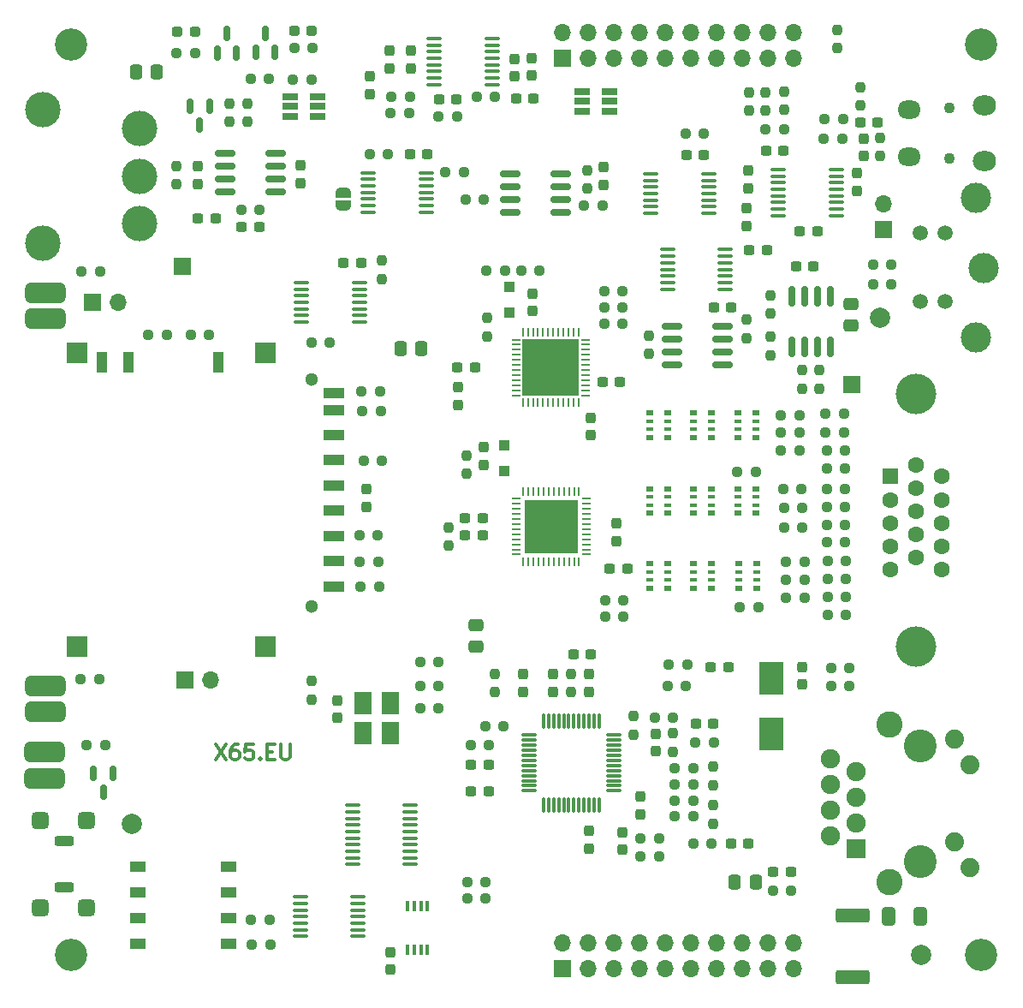
<source format=gbr>
%TF.GenerationSoftware,KiCad,Pcbnew,6.0.11-3.fc36*%
%TF.CreationDate,2023-04-28T14:31:49+02:00*%
%TF.ProjectId,openX65-vabo,6f70656e-5836-4352-9d76-61626f2e6b69,rev01*%
%TF.SameCoordinates,Original*%
%TF.FileFunction,Soldermask,Top*%
%TF.FilePolarity,Negative*%
%FSLAX46Y46*%
G04 Gerber Fmt 4.6, Leading zero omitted, Abs format (unit mm)*
G04 Created by KiCad (PCBNEW 6.0.11-3.fc36) date 2023-04-28 14:31:49*
%MOMM*%
%LPD*%
G01*
G04 APERTURE LIST*
G04 Aperture macros list*
%AMRoundRect*
0 Rectangle with rounded corners*
0 $1 Rounding radius*
0 $2 $3 $4 $5 $6 $7 $8 $9 X,Y pos of 4 corners*
0 Add a 4 corners polygon primitive as box body*
4,1,4,$2,$3,$4,$5,$6,$7,$8,$9,$2,$3,0*
0 Add four circle primitives for the rounded corners*
1,1,$1+$1,$2,$3*
1,1,$1+$1,$4,$5*
1,1,$1+$1,$6,$7*
1,1,$1+$1,$8,$9*
0 Add four rect primitives between the rounded corners*
20,1,$1+$1,$2,$3,$4,$5,0*
20,1,$1+$1,$4,$5,$6,$7,0*
20,1,$1+$1,$6,$7,$8,$9,0*
20,1,$1+$1,$8,$9,$2,$3,0*%
%AMFreePoly0*
4,1,22,0.500000,-0.750000,0.000000,-0.750000,0.000000,-0.745033,-0.079941,-0.743568,-0.215256,-0.701293,-0.333266,-0.622738,-0.424486,-0.514219,-0.481581,-0.384460,-0.499164,-0.250000,-0.500000,-0.250000,-0.500000,0.250000,-0.499164,0.250000,-0.499963,0.256109,-0.478152,0.396186,-0.417904,0.524511,-0.324060,0.630769,-0.204165,0.706417,-0.067858,0.745374,0.000000,0.744959,0.000000,0.750000,
0.500000,0.750000,0.500000,-0.750000,0.500000,-0.750000,$1*%
%AMFreePoly1*
4,1,20,0.000000,0.744959,0.073905,0.744508,0.209726,0.703889,0.328688,0.626782,0.421226,0.519385,0.479903,0.390333,0.500000,0.250000,0.500000,-0.250000,0.499851,-0.262216,0.476331,-0.402017,0.414519,-0.529596,0.319384,-0.634700,0.198574,-0.708877,0.061801,-0.746166,0.000000,-0.745033,0.000000,-0.750000,-0.500000,-0.750000,-0.500000,0.750000,0.000000,0.750000,0.000000,0.744959,
0.000000,0.744959,$1*%
G04 Aperture macros list end*
%ADD10C,0.300000*%
%ADD11R,1.700000X1.700000*%
%ADD12C,1.500000*%
%ADD13C,3.000000*%
%ADD14RoundRect,0.249999X-1.425001X0.450001X-1.425001X-0.450001X1.425001X-0.450001X1.425001X0.450001X0*%
%ADD15RoundRect,0.250000X-0.412500X-0.650000X0.412500X-0.650000X0.412500X0.650000X-0.412500X0.650000X0*%
%ADD16RoundRect,0.237500X-0.250000X-0.237500X0.250000X-0.237500X0.250000X0.237500X-0.250000X0.237500X0*%
%ADD17RoundRect,0.237500X-0.300000X-0.237500X0.300000X-0.237500X0.300000X0.237500X-0.300000X0.237500X0*%
%ADD18RoundRect,0.500000X-1.500000X0.500000X-1.500000X-0.500000X1.500000X-0.500000X1.500000X0.500000X0*%
%ADD19RoundRect,0.237500X-0.237500X0.250000X-0.237500X-0.250000X0.237500X-0.250000X0.237500X0.250000X0*%
%ADD20RoundRect,0.075000X0.662500X0.075000X-0.662500X0.075000X-0.662500X-0.075000X0.662500X-0.075000X0*%
%ADD21RoundRect,0.075000X0.075000X0.662500X-0.075000X0.662500X-0.075000X-0.662500X0.075000X-0.662500X0*%
%ADD22RoundRect,0.237500X0.250000X0.237500X-0.250000X0.237500X-0.250000X-0.237500X0.250000X-0.237500X0*%
%ADD23RoundRect,0.237500X-0.237500X0.300000X-0.237500X-0.300000X0.237500X-0.300000X0.237500X0.300000X0*%
%ADD24RoundRect,0.100000X-0.637500X-0.100000X0.637500X-0.100000X0.637500X0.100000X-0.637500X0.100000X0*%
%ADD25RoundRect,0.237500X0.237500X-0.250000X0.237500X0.250000X-0.237500X0.250000X-0.237500X-0.250000X0*%
%ADD26C,3.200000*%
%ADD27RoundRect,0.150000X0.150000X-0.587500X0.150000X0.587500X-0.150000X0.587500X-0.150000X-0.587500X0*%
%ADD28RoundRect,0.237500X0.237500X-0.300000X0.237500X0.300000X-0.237500X0.300000X-0.237500X-0.300000X0*%
%ADD29RoundRect,0.150000X-0.825000X-0.150000X0.825000X-0.150000X0.825000X0.150000X-0.825000X0.150000X0*%
%ADD30RoundRect,0.237500X0.300000X0.237500X-0.300000X0.237500X-0.300000X-0.237500X0.300000X-0.237500X0*%
%ADD31RoundRect,0.100000X0.637500X0.100000X-0.637500X0.100000X-0.637500X-0.100000X0.637500X-0.100000X0*%
%ADD32O,1.700000X1.700000*%
%ADD33C,2.000000*%
%ADD34C,3.500000*%
%ADD35RoundRect,0.250000X-0.337500X-0.475000X0.337500X-0.475000X0.337500X0.475000X-0.337500X0.475000X0*%
%ADD36RoundRect,0.062500X0.337500X0.062500X-0.337500X0.062500X-0.337500X-0.062500X0.337500X-0.062500X0*%
%ADD37RoundRect,0.062500X0.062500X0.337500X-0.062500X0.337500X-0.062500X-0.337500X0.062500X-0.337500X0*%
%ADD38R,5.300000X5.300000*%
%ADD39C,4.000000*%
%ADD40R,1.600000X1.600000*%
%ADD41C,1.600000*%
%ADD42R,1.560000X0.650000*%
%ADD43R,0.800000X0.500000*%
%ADD44R,0.800000X0.400000*%
%ADD45R,2.400000X3.325000*%
%ADD46RoundRect,0.150000X-0.150000X0.587500X-0.150000X-0.587500X0.150000X-0.587500X0.150000X0.587500X0*%
%ADD47RoundRect,0.237500X-0.287500X-0.237500X0.287500X-0.237500X0.287500X0.237500X-0.287500X0.237500X0*%
%ADD48RoundRect,0.237500X0.287500X0.237500X-0.287500X0.237500X-0.287500X-0.237500X0.287500X-0.237500X0*%
%ADD49RoundRect,0.062500X0.375000X0.062500X-0.375000X0.062500X-0.375000X-0.062500X0.375000X-0.062500X0*%
%ADD50RoundRect,0.062500X0.062500X0.375000X-0.062500X0.375000X-0.062500X-0.375000X0.062500X-0.375000X0*%
%ADD51R,5.600000X5.600000*%
%ADD52R,1.760000X2.250000*%
%ADD53FreePoly0,270.000000*%
%ADD54FreePoly1,270.000000*%
%ADD55RoundRect,0.250000X0.475000X-0.337500X0.475000X0.337500X-0.475000X0.337500X-0.475000X-0.337500X0*%
%ADD56C,1.300000*%
%ADD57R,2.000000X1.100000*%
%ADD58R,1.000000X2.000000*%
%ADD59R,2.000000X2.000000*%
%ADD60R,0.400000X1.100000*%
%ADD61R,1.000000X1.000000*%
%ADD62RoundRect,0.250000X0.700000X-0.250000X0.700000X0.250000X-0.700000X0.250000X-0.700000X-0.250000X0*%
%ADD63RoundRect,0.425000X0.425000X-0.425000X0.425000X0.425000X-0.425000X0.425000X-0.425000X-0.425000X0*%
%ADD64R,1.500000X1.100000*%
%ADD65RoundRect,0.150000X0.150000X-0.825000X0.150000X0.825000X-0.150000X0.825000X-0.150000X-0.825000X0*%
%ADD66C,3.250000*%
%ADD67C,2.600000*%
%ADD68C,1.890000*%
%ADD69R,1.900000X1.900000*%
%ADD70C,1.900000*%
%ADD71C,1.100000*%
%ADD72O,2.300000X1.800000*%
%ADD73O,2.300000X2.000000*%
G04 APERTURE END LIST*
D10*
X79250000Y-114178571D02*
X80250000Y-115678571D01*
X80250000Y-114178571D02*
X79250000Y-115678571D01*
X81464285Y-114178571D02*
X81178571Y-114178571D01*
X81035714Y-114250000D01*
X80964285Y-114321428D01*
X80821428Y-114535714D01*
X80750000Y-114821428D01*
X80750000Y-115392857D01*
X80821428Y-115535714D01*
X80892857Y-115607142D01*
X81035714Y-115678571D01*
X81321428Y-115678571D01*
X81464285Y-115607142D01*
X81535714Y-115535714D01*
X81607142Y-115392857D01*
X81607142Y-115035714D01*
X81535714Y-114892857D01*
X81464285Y-114821428D01*
X81321428Y-114750000D01*
X81035714Y-114750000D01*
X80892857Y-114821428D01*
X80821428Y-114892857D01*
X80750000Y-115035714D01*
X82964285Y-114178571D02*
X82250000Y-114178571D01*
X82178571Y-114892857D01*
X82250000Y-114821428D01*
X82392857Y-114750000D01*
X82750000Y-114750000D01*
X82892857Y-114821428D01*
X82964285Y-114892857D01*
X83035714Y-115035714D01*
X83035714Y-115392857D01*
X82964285Y-115535714D01*
X82892857Y-115607142D01*
X82750000Y-115678571D01*
X82392857Y-115678571D01*
X82250000Y-115607142D01*
X82178571Y-115535714D01*
X83678571Y-115535714D02*
X83750000Y-115607142D01*
X83678571Y-115678571D01*
X83607142Y-115607142D01*
X83678571Y-115535714D01*
X83678571Y-115678571D01*
X84392857Y-114892857D02*
X84892857Y-114892857D01*
X85107142Y-115678571D02*
X84392857Y-115678571D01*
X84392857Y-114178571D01*
X85107142Y-114178571D01*
X85750000Y-114178571D02*
X85750000Y-115392857D01*
X85821428Y-115535714D01*
X85892857Y-115607142D01*
X86035714Y-115678571D01*
X86321428Y-115678571D01*
X86464285Y-115607142D01*
X86535714Y-115535714D01*
X86607142Y-115392857D01*
X86607142Y-114178571D01*
D11*
%TO.C,J504*%
X142200000Y-78600000D03*
%TD*%
%TO.C,J503*%
X76000000Y-66900000D03*
%TD*%
D12*
%TO.C,J302*%
X151437500Y-63600000D03*
X151437500Y-70400000D03*
X148937500Y-63600000D03*
X148937500Y-70400000D03*
D13*
X154437500Y-60100000D03*
X154437500Y-73900000D03*
X155237500Y-67050000D03*
%TD*%
D14*
%TO.C,R804*%
X142300000Y-131050000D03*
X142300000Y-137150000D03*
%TD*%
D15*
%TO.C,C818*%
X148962500Y-131200000D03*
X145837500Y-131200000D03*
%TD*%
D16*
%TO.C,R606*%
X115687500Y-60900000D03*
X117512500Y-60900000D03*
%TD*%
D17*
%TO.C,C202*%
X118237500Y-96750000D03*
X119962500Y-96750000D03*
%TD*%
D18*
%TO.C,D502*%
X62400000Y-108350000D03*
X62400000Y-110950000D03*
%TD*%
D19*
%TO.C,R603*%
X116000000Y-57400000D03*
X116000000Y-59225000D03*
%TD*%
D20*
%TO.C,U801*%
X118612500Y-118750000D03*
X118612500Y-118250000D03*
X118612500Y-117750000D03*
X118612500Y-117250000D03*
X118612500Y-116750000D03*
X118612500Y-116250000D03*
X118612500Y-115750000D03*
X118612500Y-115250000D03*
X118612500Y-114750000D03*
X118612500Y-114250000D03*
X118612500Y-113750000D03*
X118612500Y-113250000D03*
D21*
X117200000Y-111837500D03*
X116700000Y-111837500D03*
X116200000Y-111837500D03*
X115700000Y-111837500D03*
X115200000Y-111837500D03*
X114700000Y-111837500D03*
X114200000Y-111837500D03*
X113700000Y-111837500D03*
X113200000Y-111837500D03*
X112700000Y-111837500D03*
X112200000Y-111837500D03*
X111700000Y-111837500D03*
D20*
X110287500Y-113250000D03*
X110287500Y-113750000D03*
X110287500Y-114250000D03*
X110287500Y-114750000D03*
X110287500Y-115250000D03*
X110287500Y-115750000D03*
X110287500Y-116250000D03*
X110287500Y-116750000D03*
X110287500Y-117250000D03*
X110287500Y-117750000D03*
X110287500Y-118250000D03*
X110287500Y-118750000D03*
D21*
X111700000Y-120162500D03*
X112200000Y-120162500D03*
X112700000Y-120162500D03*
X113200000Y-120162500D03*
X113700000Y-120162500D03*
X114200000Y-120162500D03*
X114700000Y-120162500D03*
X115200000Y-120162500D03*
X115700000Y-120162500D03*
X116200000Y-120162500D03*
X116700000Y-120162500D03*
X117200000Y-120162500D03*
%TD*%
D16*
%TO.C,R505*%
X109487500Y-67350000D03*
X111312500Y-67350000D03*
%TD*%
D22*
%TO.C,R324*%
X141412500Y-83300000D03*
X139587500Y-83300000D03*
%TD*%
D23*
%TO.C,C717*%
X98550000Y-45587500D03*
X98550000Y-47312500D03*
%TD*%
D22*
%TO.C,FB803*%
X136212500Y-128600000D03*
X134387500Y-128600000D03*
%TD*%
D17*
%TO.C,C812*%
X126737500Y-112100000D03*
X128462500Y-112100000D03*
%TD*%
D24*
%TO.C,U402*%
X87737500Y-68500000D03*
X87737500Y-69150000D03*
X87737500Y-69800000D03*
X87737500Y-70450000D03*
X87737500Y-71100000D03*
X87737500Y-71750000D03*
X87737500Y-72400000D03*
X93462500Y-72400000D03*
X93462500Y-71750000D03*
X93462500Y-71100000D03*
X93462500Y-70450000D03*
X93462500Y-69800000D03*
X93462500Y-69150000D03*
X93462500Y-68500000D03*
%TD*%
D19*
%TO.C,R303*%
X137300000Y-77175000D03*
X137300000Y-79000000D03*
%TD*%
D16*
%TO.C,R511*%
X82750000Y-131500000D03*
X84575000Y-131500000D03*
%TD*%
D22*
%TO.C,R319*%
X137512500Y-97900000D03*
X135687500Y-97900000D03*
%TD*%
D25*
%TO.C,R305*%
X134137500Y-75687500D03*
X134137500Y-73862500D03*
%TD*%
D26*
%TO.C,H102*%
X155000000Y-45000000D03*
%TD*%
D27*
%TO.C,Q201*%
X79450000Y-45787500D03*
X81350000Y-45787500D03*
X80400000Y-43912500D03*
%TD*%
D28*
%TO.C,C206*%
X118900000Y-94062500D03*
X118900000Y-92337500D03*
%TD*%
D29*
%TO.C,U401*%
X124425000Y-72795000D03*
X124425000Y-74065000D03*
X124425000Y-75335000D03*
X124425000Y-76605000D03*
X129375000Y-76605000D03*
X129375000Y-75335000D03*
X129375000Y-74065000D03*
X129375000Y-72795000D03*
%TD*%
D22*
%TO.C,R207*%
X77212500Y-45800000D03*
X75387500Y-45800000D03*
%TD*%
D28*
%TO.C,C713*%
X108850000Y-48112500D03*
X108850000Y-46387500D03*
%TD*%
D23*
%TO.C,C403*%
X94200000Y-88937500D03*
X94200000Y-90662500D03*
%TD*%
D25*
%TO.C,R801*%
X124500000Y-114912500D03*
X124500000Y-113087500D03*
%TD*%
D23*
%TO.C,C602*%
X117625000Y-57112500D03*
X117625000Y-58837500D03*
%TD*%
%TO.C,C211*%
X91300000Y-109837500D03*
X91300000Y-111562500D03*
%TD*%
D19*
%TO.C,R707*%
X75400000Y-56987500D03*
X75400000Y-58812500D03*
%TD*%
D22*
%TO.C,R810*%
X128312500Y-124000000D03*
X126487500Y-124000000D03*
%TD*%
D25*
%TO.C,R817*%
X120600000Y-113212500D03*
X120600000Y-111387500D03*
%TD*%
D24*
%TO.C,U403*%
X122300000Y-57750000D03*
X122300000Y-58400000D03*
X122300000Y-59050000D03*
X122300000Y-59700000D03*
X122300000Y-60350000D03*
X122300000Y-61000000D03*
X122300000Y-61650000D03*
X128025000Y-61650000D03*
X128025000Y-61000000D03*
X128025000Y-60350000D03*
X128025000Y-59700000D03*
X128025000Y-59050000D03*
X128025000Y-58400000D03*
X128025000Y-57750000D03*
%TD*%
D23*
%TO.C,C701*%
X142700000Y-57687500D03*
X142700000Y-59412500D03*
%TD*%
D28*
%TO.C,C712*%
X96500000Y-47312500D03*
X96500000Y-45587500D03*
%TD*%
D19*
%TO.C,R607*%
X135525000Y-49612500D03*
X135525000Y-51437500D03*
%TD*%
D16*
%TO.C,R807*%
X140137500Y-108400000D03*
X141962500Y-108400000D03*
%TD*%
D19*
%TO.C,R410*%
X88800000Y-107887500D03*
X88800000Y-109712500D03*
%TD*%
D16*
%TO.C,R604*%
X133637500Y-53350000D03*
X135462500Y-53350000D03*
%TD*%
D22*
%TO.C,FB801*%
X123112500Y-123500000D03*
X121287500Y-123500000D03*
%TD*%
%TO.C,R502*%
X107887500Y-67350000D03*
X106062500Y-67350000D03*
%TD*%
%TO.C,R610*%
X119512500Y-69400000D03*
X117687500Y-69400000D03*
%TD*%
%TO.C,R309*%
X137012500Y-81600000D03*
X135187500Y-81600000D03*
%TD*%
%TO.C,R702*%
X141212500Y-54300000D03*
X139387500Y-54300000D03*
%TD*%
D24*
%TO.C,U602*%
X94337500Y-57650000D03*
X94337500Y-58300000D03*
X94337500Y-58950000D03*
X94337500Y-59600000D03*
X94337500Y-60250000D03*
X94337500Y-60900000D03*
X94337500Y-61550000D03*
X100062500Y-61550000D03*
X100062500Y-60900000D03*
X100062500Y-60250000D03*
X100062500Y-59600000D03*
X100062500Y-58950000D03*
X100062500Y-58300000D03*
X100062500Y-57650000D03*
%TD*%
D16*
%TO.C,R204*%
X99500000Y-108400000D03*
X101325000Y-108400000D03*
%TD*%
D17*
%TO.C,C718*%
X108987500Y-50350000D03*
X110712500Y-50350000D03*
%TD*%
D24*
%TO.C,U404*%
X123937500Y-65250000D03*
X123937500Y-65900000D03*
X123937500Y-66550000D03*
X123937500Y-67200000D03*
X123937500Y-67850000D03*
X123937500Y-68500000D03*
X123937500Y-69150000D03*
X129662500Y-69150000D03*
X129662500Y-68500000D03*
X129662500Y-67850000D03*
X129662500Y-67200000D03*
X129662500Y-66550000D03*
X129662500Y-65900000D03*
X129662500Y-65250000D03*
%TD*%
D23*
%TO.C,C607*%
X116350000Y-81887500D03*
X116350000Y-83612500D03*
%TD*%
D30*
%TO.C,C601*%
X100225000Y-55800000D03*
X98500000Y-55800000D03*
%TD*%
D16*
%TO.C,R206*%
X99487500Y-110600000D03*
X101312500Y-110600000D03*
%TD*%
%TO.C,R203*%
X82737500Y-48400000D03*
X84562500Y-48400000D03*
%TD*%
D22*
%TO.C,R404*%
X95312500Y-93500000D03*
X93487500Y-93500000D03*
%TD*%
D16*
%TO.C,R808*%
X140137500Y-106600000D03*
X141962500Y-106600000D03*
%TD*%
D22*
%TO.C,R318*%
X137512500Y-99700000D03*
X135687500Y-99700000D03*
%TD*%
D30*
%TO.C,C811*%
X131962500Y-124000000D03*
X130237500Y-124000000D03*
%TD*%
D17*
%TO.C,C703*%
X133687500Y-55500000D03*
X135412500Y-55500000D03*
%TD*%
D30*
%TO.C,C808*%
X106262500Y-118800000D03*
X104537500Y-118800000D03*
%TD*%
D22*
%TO.C,R315*%
X137312500Y-92700000D03*
X135487500Y-92700000D03*
%TD*%
%TO.C,R701*%
X141312500Y-52300000D03*
X139487500Y-52300000D03*
%TD*%
D31*
%TO.C,U505*%
X98512500Y-126025000D03*
X98512500Y-125375000D03*
X98512500Y-124725000D03*
X98512500Y-124075000D03*
X98512500Y-123425000D03*
X98512500Y-122775000D03*
X98512500Y-122125000D03*
X98512500Y-121475000D03*
X98512500Y-120825000D03*
X98512500Y-120175000D03*
X92787500Y-120175000D03*
X92787500Y-120825000D03*
X92787500Y-121475000D03*
X92787500Y-122125000D03*
X92787500Y-122775000D03*
X92787500Y-123425000D03*
X92787500Y-124075000D03*
X92787500Y-124725000D03*
X92787500Y-125375000D03*
X92787500Y-126025000D03*
%TD*%
D16*
%TO.C,R508*%
X65937500Y-107750000D03*
X67762500Y-107750000D03*
%TD*%
D11*
%TO.C,J703*%
X76225000Y-107800000D03*
D32*
X78765000Y-107800000D03*
%TD*%
D33*
%TO.C,FID103*%
X145000000Y-72000000D03*
%TD*%
D34*
%TO.C,SW701*%
X71730000Y-62700000D03*
X71730000Y-58000000D03*
X71730000Y-53300000D03*
X62200000Y-64605000D03*
X62200000Y-51395000D03*
%TD*%
D11*
%TO.C,J301*%
X145300000Y-63275000D03*
D32*
X145300000Y-60735000D03*
%TD*%
D35*
%TO.C,C719*%
X71362500Y-47700000D03*
X73437500Y-47700000D03*
%TD*%
D30*
%TO.C,C813*%
X129962500Y-106500000D03*
X128237500Y-106500000D03*
%TD*%
D16*
%TO.C,R601*%
X94475000Y-55800000D03*
X96300000Y-55800000D03*
%TD*%
D28*
%TO.C,C815*%
X119500000Y-124562500D03*
X119500000Y-122837500D03*
%TD*%
D16*
%TO.C,R818*%
X104137500Y-127750000D03*
X105962500Y-127750000D03*
%TD*%
D17*
%TO.C,C707*%
X137037500Y-63400000D03*
X138762500Y-63400000D03*
%TD*%
D16*
%TO.C,R712*%
X105087500Y-50150000D03*
X106912500Y-50150000D03*
%TD*%
D22*
%TO.C,R619*%
X88862500Y-45275000D03*
X87037500Y-45275000D03*
%TD*%
D18*
%TO.C,D501*%
X62400000Y-69500000D03*
X62400000Y-72100000D03*
%TD*%
D31*
%TO.C,U703*%
X106600000Y-48925000D03*
X106600000Y-48275000D03*
X106600000Y-47625000D03*
X106600000Y-46975000D03*
X106600000Y-46325000D03*
X106600000Y-45675000D03*
X106600000Y-45025000D03*
X106600000Y-44375000D03*
X100875000Y-44375000D03*
X100875000Y-45025000D03*
X100875000Y-45675000D03*
X100875000Y-46325000D03*
X100875000Y-46975000D03*
X100875000Y-47625000D03*
X100875000Y-48275000D03*
X100875000Y-48925000D03*
%TD*%
D36*
%TO.C,U201*%
X115910000Y-95390000D03*
X115910000Y-94890000D03*
X115910000Y-94390000D03*
X115910000Y-93890000D03*
X115910000Y-93390000D03*
X115910000Y-92890000D03*
X115910000Y-92390000D03*
X115910000Y-91890000D03*
X115910000Y-91390000D03*
X115910000Y-90890000D03*
X115910000Y-90390000D03*
X115910000Y-89890000D03*
D37*
X115210000Y-89190000D03*
X114710000Y-89190000D03*
X114210000Y-89190000D03*
X113710000Y-89190000D03*
X113210000Y-89190000D03*
X112710000Y-89190000D03*
X112210000Y-89190000D03*
X111710000Y-89190000D03*
X111210000Y-89190000D03*
X110710000Y-89190000D03*
X110210000Y-89190000D03*
X109710000Y-89190000D03*
D36*
X109010000Y-89890000D03*
X109010000Y-90390000D03*
X109010000Y-90890000D03*
X109010000Y-91390000D03*
X109010000Y-91890000D03*
X109010000Y-92390000D03*
X109010000Y-92890000D03*
X109010000Y-93390000D03*
X109010000Y-93890000D03*
X109010000Y-94390000D03*
X109010000Y-94890000D03*
X109010000Y-95390000D03*
D37*
X109710000Y-96090000D03*
X110210000Y-96090000D03*
X110710000Y-96090000D03*
X111210000Y-96090000D03*
X111710000Y-96090000D03*
X112210000Y-96090000D03*
X112710000Y-96090000D03*
X113210000Y-96090000D03*
X113710000Y-96090000D03*
X114210000Y-96090000D03*
X114710000Y-96090000D03*
X115210000Y-96090000D03*
D38*
X112460000Y-92640000D03*
%TD*%
D39*
%TO.C,J303*%
X148575000Y-104495000D03*
X148575000Y-79505000D03*
D40*
X146035000Y-87685000D03*
D41*
X146035000Y-89975000D03*
X146035000Y-92265000D03*
X146035000Y-94555000D03*
X146035000Y-96845000D03*
X148575000Y-86545000D03*
X148575000Y-88835000D03*
X148575000Y-91125000D03*
X148575000Y-93415000D03*
X148575000Y-95705000D03*
X151115000Y-87685000D03*
X151115000Y-89975000D03*
X151115000Y-92265000D03*
X151115000Y-94555000D03*
X151115000Y-96845000D03*
%TD*%
D19*
%TO.C,R304*%
X139000000Y-77175000D03*
X139000000Y-79000000D03*
%TD*%
D16*
%TO.C,R713*%
X96637500Y-50100000D03*
X98462500Y-50100000D03*
%TD*%
D26*
%TO.C,H103*%
X155000000Y-135000000D03*
%TD*%
D28*
%TO.C,C807*%
X112600000Y-108962500D03*
X112600000Y-107237500D03*
%TD*%
D22*
%TO.C,R311*%
X137012500Y-85100000D03*
X135187500Y-85100000D03*
%TD*%
D42*
%TO.C,U501*%
X115550000Y-49650000D03*
X115550000Y-50600000D03*
X115550000Y-51550000D03*
X118250000Y-51550000D03*
X118250000Y-50600000D03*
X118250000Y-49650000D03*
%TD*%
D25*
%TO.C,R809*%
X128500000Y-122012500D03*
X128500000Y-120187500D03*
%TD*%
D22*
%TO.C,R308*%
X146112500Y-68700000D03*
X144287500Y-68700000D03*
%TD*%
%TO.C,R403*%
X95612500Y-81200000D03*
X93787500Y-81200000D03*
%TD*%
D33*
%TO.C,FID102*%
X149000000Y-135000000D03*
%TD*%
D25*
%TO.C,R504*%
X102325000Y-94512500D03*
X102325000Y-92687500D03*
%TD*%
D18*
%TO.C,D503*%
X62350000Y-114950000D03*
X62350000Y-117550000D03*
%TD*%
D22*
%TO.C,R405*%
X95325000Y-96100000D03*
X93500000Y-96100000D03*
%TD*%
D28*
%TO.C,C709*%
X77500000Y-58762500D03*
X77500000Y-57037500D03*
%TD*%
D23*
%TO.C,C801*%
X121300000Y-119337500D03*
X121300000Y-121062500D03*
%TD*%
D17*
%TO.C,C303*%
X136637500Y-66900000D03*
X138362500Y-66900000D03*
%TD*%
D22*
%TO.C,R310*%
X137012500Y-83300000D03*
X135187500Y-83300000D03*
%TD*%
%TO.C,R317*%
X137512500Y-96100000D03*
X135687500Y-96100000D03*
%TD*%
D23*
%TO.C,C814*%
X137250000Y-106487500D03*
X137250000Y-108212500D03*
%TD*%
D16*
%TO.C,R704*%
X81787500Y-61300000D03*
X83612500Y-61300000D03*
%TD*%
D28*
%TO.C,C803*%
X116200000Y-108962500D03*
X116200000Y-107237500D03*
%TD*%
%TO.C,C608*%
X110600000Y-71312500D03*
X110600000Y-69587500D03*
%TD*%
D22*
%TO.C,R325*%
X141512500Y-85100000D03*
X139687500Y-85100000D03*
%TD*%
D24*
%TO.C,U701*%
X134937500Y-57325000D03*
X134937500Y-57975000D03*
X134937500Y-58625000D03*
X134937500Y-59275000D03*
X134937500Y-59925000D03*
X134937500Y-60575000D03*
X134937500Y-61225000D03*
X134937500Y-61875000D03*
X140662500Y-61875000D03*
X140662500Y-61225000D03*
X140662500Y-60575000D03*
X140662500Y-59925000D03*
X140662500Y-59275000D03*
X140662500Y-58625000D03*
X140662500Y-57975000D03*
X140662500Y-57325000D03*
%TD*%
D22*
%TO.C,R802*%
X124512500Y-111500000D03*
X122687500Y-111500000D03*
%TD*%
D19*
%TO.C,R709*%
X145000000Y-54187500D03*
X145000000Y-56012500D03*
%TD*%
D28*
%TO.C,C809*%
X109700000Y-108962500D03*
X109700000Y-107237500D03*
%TD*%
D25*
%TO.C,FB802*%
X114400000Y-109012500D03*
X114400000Y-107187500D03*
%TD*%
D17*
%TO.C,C708*%
X77537500Y-62200000D03*
X79262500Y-62200000D03*
%TD*%
D43*
%TO.C,RN301*%
X122200000Y-81400000D03*
D44*
X122200000Y-82200000D03*
X122200000Y-83000000D03*
D43*
X122200000Y-83800000D03*
X124000000Y-83800000D03*
D44*
X124000000Y-83000000D03*
X124000000Y-82200000D03*
D43*
X124000000Y-81400000D03*
%TD*%
D25*
%TO.C,FB804*%
X106900000Y-109012500D03*
X106900000Y-107187500D03*
%TD*%
D45*
%TO.C,Y801*%
X134200000Y-113162500D03*
X134200000Y-107637500D03*
%TD*%
D29*
%TO.C,U603*%
X108425000Y-57795000D03*
X108425000Y-59065000D03*
X108425000Y-60335000D03*
X108425000Y-61605000D03*
X113375000Y-61605000D03*
X113375000Y-60335000D03*
X113375000Y-59065000D03*
X113375000Y-57795000D03*
%TD*%
D11*
%TO.C,J702*%
X67125000Y-70500000D03*
D32*
X69665000Y-70500000D03*
%TD*%
D22*
%TO.C,R307*%
X146112500Y-66700000D03*
X144287500Y-66700000D03*
%TD*%
D43*
%TO.C,RN307*%
X130900000Y-81400000D03*
D44*
X130900000Y-82200000D03*
X130900000Y-83000000D03*
D43*
X130900000Y-83800000D03*
X132700000Y-83800000D03*
D44*
X132700000Y-83000000D03*
X132700000Y-82200000D03*
D43*
X132700000Y-81400000D03*
%TD*%
D30*
%TO.C,C806*%
X116362500Y-105250000D03*
X114637500Y-105250000D03*
%TD*%
D43*
%TO.C,RN305*%
X126500000Y-88900000D03*
D44*
X126500000Y-89700000D03*
X126500000Y-90500000D03*
D43*
X126500000Y-91300000D03*
X128300000Y-91300000D03*
D44*
X128300000Y-90500000D03*
X128300000Y-89700000D03*
D43*
X128300000Y-88900000D03*
%TD*%
D26*
%TO.C,H101*%
X65000000Y-45000000D03*
%TD*%
D22*
%TO.C,R609*%
X119512500Y-71000000D03*
X117687500Y-71000000D03*
%TD*%
D16*
%TO.C,R820*%
X124087500Y-106300000D03*
X125912500Y-106300000D03*
%TD*%
%TO.C,R409*%
X125737500Y-53750000D03*
X127562500Y-53750000D03*
%TD*%
D25*
%TO.C,R706*%
X80600000Y-52612500D03*
X80600000Y-50787500D03*
%TD*%
D46*
%TO.C,Q701*%
X78650000Y-51062500D03*
X76750000Y-51062500D03*
X77700000Y-52937500D03*
%TD*%
D16*
%TO.C,R301*%
X130875000Y-87200000D03*
X132700000Y-87200000D03*
%TD*%
D17*
%TO.C,C405*%
X132037500Y-65300000D03*
X133762500Y-65300000D03*
%TD*%
D35*
%TO.C,C502*%
X97562500Y-75000000D03*
X99637500Y-75000000D03*
%TD*%
D16*
%TO.C,R302*%
X131087500Y-100600000D03*
X132912500Y-100600000D03*
%TD*%
D17*
%TO.C,C810*%
X134425000Y-126800000D03*
X136150000Y-126800000D03*
%TD*%
D28*
%TO.C,C711*%
X87700000Y-58662500D03*
X87700000Y-56937500D03*
%TD*%
D47*
%TO.C,D203*%
X75475000Y-43700000D03*
X77225000Y-43700000D03*
%TD*%
D17*
%TO.C,C604*%
X117537500Y-78350000D03*
X119262500Y-78350000D03*
%TD*%
D22*
%TO.C,R506*%
X123112500Y-125250000D03*
X121287500Y-125250000D03*
%TD*%
D28*
%TO.C,C501*%
X96550000Y-136412500D03*
X96550000Y-134687500D03*
%TD*%
D22*
%TO.C,R329*%
X141625000Y-96000000D03*
X139800000Y-96000000D03*
%TD*%
D48*
%TO.C,D605*%
X88775000Y-43625000D03*
X87025000Y-43625000D03*
%TD*%
D22*
%TO.C,R313*%
X137212500Y-88900000D03*
X135387500Y-88900000D03*
%TD*%
D30*
%TO.C,C804*%
X106262500Y-116200000D03*
X104537500Y-116200000D03*
%TD*%
D43*
%TO.C,RN306*%
X126500000Y-96300000D03*
D44*
X126500000Y-97100000D03*
X126500000Y-97900000D03*
D43*
X126500000Y-98700000D03*
X128300000Y-98700000D03*
D44*
X128300000Y-97900000D03*
X128300000Y-97100000D03*
D43*
X128300000Y-96300000D03*
%TD*%
D29*
%TO.C,U702*%
X80225000Y-55695000D03*
X80225000Y-56965000D03*
X80225000Y-58235000D03*
X80225000Y-59505000D03*
X85175000Y-59505000D03*
X85175000Y-58235000D03*
X85175000Y-56965000D03*
X85175000Y-55695000D03*
%TD*%
D30*
%TO.C,C603*%
X104912500Y-76925000D03*
X103187500Y-76925000D03*
%TD*%
D22*
%TO.C,R316*%
X141512500Y-94200000D03*
X139687500Y-94200000D03*
%TD*%
D46*
%TO.C,Q401*%
X69100000Y-117012500D03*
X67200000Y-117012500D03*
X68150000Y-118887500D03*
%TD*%
D19*
%TO.C,R710*%
X143050000Y-49187500D03*
X143050000Y-51012500D03*
%TD*%
D49*
%TO.C,U601*%
X115837500Y-79650000D03*
X115837500Y-79150000D03*
X115837500Y-78650000D03*
X115837500Y-78150000D03*
X115837500Y-77650000D03*
X115837500Y-77150000D03*
X115837500Y-76650000D03*
X115837500Y-76150000D03*
X115837500Y-75650000D03*
X115837500Y-75150000D03*
X115837500Y-74650000D03*
X115837500Y-74150000D03*
D50*
X115150000Y-73462500D03*
X114650000Y-73462500D03*
X114150000Y-73462500D03*
X113650000Y-73462500D03*
X113150000Y-73462500D03*
X112650000Y-73462500D03*
X112150000Y-73462500D03*
X111650000Y-73462500D03*
X111150000Y-73462500D03*
X110650000Y-73462500D03*
X110150000Y-73462500D03*
X109650000Y-73462500D03*
D49*
X108962500Y-74150000D03*
X108962500Y-74650000D03*
X108962500Y-75150000D03*
X108962500Y-75650000D03*
X108962500Y-76150000D03*
X108962500Y-76650000D03*
X108962500Y-77150000D03*
X108962500Y-77650000D03*
X108962500Y-78150000D03*
X108962500Y-78650000D03*
X108962500Y-79150000D03*
X108962500Y-79650000D03*
D50*
X109650000Y-80337500D03*
X110150000Y-80337500D03*
X110650000Y-80337500D03*
X111150000Y-80337500D03*
X111650000Y-80337500D03*
X112150000Y-80337500D03*
X112650000Y-80337500D03*
X113150000Y-80337500D03*
X113650000Y-80337500D03*
X114150000Y-80337500D03*
X114650000Y-80337500D03*
X115150000Y-80337500D03*
D51*
X112400000Y-76900000D03*
%TD*%
D52*
%TO.C,X201*%
X93850000Y-113075000D03*
X96550000Y-113075000D03*
X96550000Y-110125000D03*
X93850000Y-110125000D03*
%TD*%
D43*
%TO.C,RN308*%
X130900000Y-88900000D03*
D44*
X130900000Y-89700000D03*
X130900000Y-90500000D03*
D43*
X130900000Y-91300000D03*
X132700000Y-91300000D03*
D44*
X132700000Y-90500000D03*
X132700000Y-89700000D03*
D43*
X132700000Y-88900000D03*
%TD*%
D53*
%TO.C,JP601*%
X91900000Y-59600000D03*
D54*
X91900000Y-60900000D03*
%TD*%
D22*
%TO.C,R327*%
X141512500Y-90700000D03*
X139687500Y-90700000D03*
%TD*%
D30*
%TO.C,C402*%
X130262500Y-71000000D03*
X128537500Y-71000000D03*
%TD*%
%TO.C,C715*%
X103062500Y-50400000D03*
X101337500Y-50400000D03*
%TD*%
D25*
%TO.C,R503*%
X140750000Y-45337500D03*
X140750000Y-43512500D03*
%TD*%
D55*
%TO.C,C817*%
X105000000Y-104487500D03*
X105000000Y-102412500D03*
%TD*%
D23*
%TO.C,C702*%
X131900000Y-57437500D03*
X131900000Y-59162500D03*
%TD*%
D19*
%TO.C,R208*%
X132000000Y-49687500D03*
X132000000Y-51512500D03*
%TD*%
D26*
%TO.C,H104*%
X65000000Y-135000000D03*
%TD*%
D19*
%TO.C,R306*%
X134137500Y-69762500D03*
X134137500Y-71587500D03*
%TD*%
D22*
%TO.C,R407*%
X95512500Y-79300000D03*
X93687500Y-79300000D03*
%TD*%
D30*
%TO.C,C404*%
X127537500Y-55875000D03*
X125812500Y-55875000D03*
%TD*%
D16*
%TO.C,R205*%
X99487500Y-106000000D03*
X101312500Y-106000000D03*
%TD*%
D28*
%TO.C,C706*%
X131775000Y-62887500D03*
X131775000Y-61162500D03*
%TD*%
D25*
%TO.C,R708*%
X82400000Y-52600000D03*
X82400000Y-50775000D03*
%TD*%
D23*
%TO.C,C805*%
X116200000Y-122737500D03*
X116200000Y-124462500D03*
%TD*%
D30*
%TO.C,C201*%
X105662500Y-93500000D03*
X103937500Y-93500000D03*
%TD*%
D19*
%TO.C,R812*%
X128500000Y-116387500D03*
X128500000Y-118212500D03*
%TD*%
D16*
%TO.C,R507*%
X65987500Y-67450000D03*
X67812500Y-67450000D03*
%TD*%
D22*
%TO.C,R330*%
X141612500Y-99600000D03*
X139787500Y-99600000D03*
%TD*%
%TO.C,R705*%
X103112500Y-52050000D03*
X101287500Y-52050000D03*
%TD*%
%TO.C,R408*%
X95412500Y-98600000D03*
X93587500Y-98600000D03*
%TD*%
D35*
%TO.C,C816*%
X130612500Y-127800000D03*
X132687500Y-127800000D03*
%TD*%
D28*
%TO.C,C802*%
X122800000Y-114862500D03*
X122800000Y-113137500D03*
%TD*%
D22*
%TO.C,R608*%
X119512500Y-72600000D03*
X117687500Y-72600000D03*
%TD*%
D16*
%TO.C,R816*%
X124687500Y-118100000D03*
X126512500Y-118100000D03*
%TD*%
D22*
%TO.C,R803*%
X107750000Y-112400000D03*
X105925000Y-112400000D03*
%TD*%
D16*
%TO.C,R411*%
X76787500Y-73650000D03*
X78612500Y-73650000D03*
%TD*%
D22*
%TO.C,R320*%
X141612500Y-101400000D03*
X139787500Y-101400000D03*
%TD*%
D56*
%TO.C,J401*%
X88750000Y-78090000D03*
X88750000Y-100490000D03*
D57*
X90950000Y-96065000D03*
X90950000Y-93565000D03*
X90950000Y-91065000D03*
X90950000Y-88565000D03*
X90950000Y-86065000D03*
X90950000Y-83565000D03*
X90950000Y-81140000D03*
X90950000Y-79440000D03*
X90950000Y-98565000D03*
D58*
X79550000Y-76390000D03*
D59*
X65550000Y-75490000D03*
X65550000Y-104490000D03*
X84200000Y-104490000D03*
X84200000Y-75490000D03*
D58*
X68000000Y-76390000D03*
X70600000Y-76390000D03*
%TD*%
D16*
%TO.C,R821*%
X123975000Y-108400000D03*
X125800000Y-108400000D03*
%TD*%
%TO.C,R605*%
X101987500Y-57575000D03*
X103812500Y-57575000D03*
%TD*%
%TO.C,R509*%
X66487500Y-114250000D03*
X68312500Y-114250000D03*
%TD*%
D23*
%TO.C,C203*%
X105800000Y-84787500D03*
X105800000Y-86512500D03*
%TD*%
D43*
%TO.C,RN309*%
X131000000Y-96300000D03*
D44*
X131000000Y-97100000D03*
X131000000Y-97900000D03*
D43*
X131000000Y-98700000D03*
X132800000Y-98700000D03*
D44*
X132800000Y-97900000D03*
X132800000Y-97100000D03*
D43*
X132800000Y-96300000D03*
%TD*%
D60*
%TO.C,U503*%
X100225000Y-130150000D03*
X99575000Y-130150000D03*
X98925000Y-130150000D03*
X98275000Y-130150000D03*
X98275000Y-134450000D03*
X98925000Y-134450000D03*
X99575000Y-134450000D03*
X100225000Y-134450000D03*
%TD*%
D22*
%TO.C,R314*%
X137312500Y-90800000D03*
X135487500Y-90800000D03*
%TD*%
D42*
%TO.C,U502*%
X86625000Y-50150000D03*
X86625000Y-51100000D03*
X86625000Y-52050000D03*
X89325000Y-52050000D03*
X89325000Y-51100000D03*
X89325000Y-50150000D03*
%TD*%
D22*
%TO.C,R326*%
X141512500Y-88900000D03*
X139687500Y-88900000D03*
%TD*%
D43*
%TO.C,RN303*%
X122200000Y-96300000D03*
D44*
X122200000Y-97100000D03*
X122200000Y-97900000D03*
D43*
X122200000Y-98700000D03*
X124000000Y-98700000D03*
D44*
X124000000Y-97900000D03*
X124000000Y-97100000D03*
D43*
X124000000Y-96300000D03*
%TD*%
D16*
%TO.C,R819*%
X104137500Y-129350000D03*
X105962500Y-129350000D03*
%TD*%
D25*
%TO.C,R413*%
X95700000Y-68162500D03*
X95700000Y-66337500D03*
%TD*%
D55*
%TO.C,C302*%
X142137500Y-72712500D03*
X142137500Y-70637500D03*
%TD*%
D33*
%TO.C,FID101*%
X71000000Y-122000000D03*
%TD*%
D22*
%TO.C,R323*%
X141412500Y-81500000D03*
X139587500Y-81500000D03*
%TD*%
D19*
%TO.C,R501*%
X104050000Y-85587500D03*
X104050000Y-87412500D03*
%TD*%
D16*
%TO.C,R602*%
X103987500Y-60300000D03*
X105812500Y-60300000D03*
%TD*%
D17*
%TO.C,C710*%
X81837500Y-63000000D03*
X83562500Y-63000000D03*
%TD*%
D19*
%TO.C,R401*%
X122100000Y-73737500D03*
X122100000Y-75562500D03*
%TD*%
D61*
%TO.C,D601*%
X108300000Y-71450000D03*
X108300000Y-68950000D03*
%TD*%
D16*
%TO.C,R815*%
X124687500Y-116500000D03*
X126512500Y-116500000D03*
%TD*%
D62*
%TO.C,SW401*%
X64300000Y-128300000D03*
X64300000Y-123700000D03*
D63*
X66500000Y-121700000D03*
X61900000Y-130350000D03*
X61900000Y-121700000D03*
X66500000Y-130350000D03*
%TD*%
D17*
%TO.C,C704*%
X143037500Y-52700000D03*
X144762500Y-52700000D03*
%TD*%
D43*
%TO.C,RN302*%
X122200000Y-88900000D03*
D44*
X122200000Y-89700000D03*
X122200000Y-90500000D03*
D43*
X122200000Y-91300000D03*
X124000000Y-91300000D03*
D44*
X124000000Y-90500000D03*
X124000000Y-89700000D03*
D43*
X124000000Y-88900000D03*
%TD*%
D16*
%TO.C,R703*%
X96587500Y-51775000D03*
X98412500Y-51775000D03*
%TD*%
D22*
%TO.C,R811*%
X128512500Y-114000000D03*
X126687500Y-114000000D03*
%TD*%
%TO.C,R322*%
X119612500Y-101500000D03*
X117787500Y-101500000D03*
%TD*%
D19*
%TO.C,R514*%
X106100000Y-72012500D03*
X106100000Y-73837500D03*
%TD*%
D22*
%TO.C,R414*%
X90562500Y-74400000D03*
X88737500Y-74400000D03*
%TD*%
D16*
%TO.C,R510*%
X82837500Y-134000000D03*
X84662500Y-134000000D03*
%TD*%
D19*
%TO.C,R201*%
X133650000Y-49687500D03*
X133650000Y-51512500D03*
%TD*%
D64*
%TO.C,SW501*%
X80512500Y-133860000D03*
X80512500Y-131320000D03*
X80512500Y-128780000D03*
X80512500Y-126240000D03*
X71612500Y-126240000D03*
X71612500Y-128780000D03*
X71612500Y-131320000D03*
X71612500Y-133860000D03*
%TD*%
D22*
%TO.C,R331*%
X141612500Y-97800000D03*
X139787500Y-97800000D03*
%TD*%
D23*
%TO.C,C606*%
X103200000Y-78862500D03*
X103200000Y-80587500D03*
%TD*%
D24*
%TO.C,U504*%
X87637500Y-129250000D03*
X87637500Y-129900000D03*
X87637500Y-130550000D03*
X87637500Y-131200000D03*
X87637500Y-131850000D03*
X87637500Y-132500000D03*
X87637500Y-133150000D03*
X93362500Y-133150000D03*
X93362500Y-132500000D03*
X93362500Y-131850000D03*
X93362500Y-131200000D03*
X93362500Y-130550000D03*
X93362500Y-129900000D03*
X93362500Y-129250000D03*
%TD*%
D43*
%TO.C,RN304*%
X126500000Y-81400000D03*
D44*
X126500000Y-82200000D03*
X126500000Y-83000000D03*
D43*
X126500000Y-83800000D03*
X128300000Y-83800000D03*
D44*
X128300000Y-83000000D03*
X128300000Y-82200000D03*
D43*
X128300000Y-81400000D03*
%TD*%
D19*
%TO.C,R402*%
X131800000Y-72187500D03*
X131800000Y-74012500D03*
%TD*%
D22*
%TO.C,R321*%
X119612500Y-99900000D03*
X117787500Y-99900000D03*
%TD*%
D28*
%TO.C,C716*%
X94550000Y-49862500D03*
X94550000Y-48137500D03*
%TD*%
D61*
%TO.C,D201*%
X107800000Y-87100000D03*
X107800000Y-84600000D03*
%TD*%
D22*
%TO.C,R611*%
X88737500Y-48425000D03*
X86912500Y-48425000D03*
%TD*%
D65*
%TO.C,U301*%
X136232500Y-74850000D03*
X137502500Y-74850000D03*
X138772500Y-74850000D03*
X140042500Y-74850000D03*
X140042500Y-69900000D03*
X138772500Y-69900000D03*
X137502500Y-69900000D03*
X136232500Y-69900000D03*
%TD*%
D16*
%TO.C,R806*%
X104487500Y-114200000D03*
X106312500Y-114200000D03*
%TD*%
D30*
%TO.C,C205*%
X105662500Y-91800000D03*
X103937500Y-91800000D03*
%TD*%
D16*
%TO.C,R814*%
X124687500Y-121300000D03*
X126512500Y-121300000D03*
%TD*%
D66*
%TO.C,J801*%
X148970000Y-114285000D03*
X148970000Y-125715000D03*
D67*
X145920000Y-127775000D03*
X145920000Y-112225000D03*
D68*
X152350000Y-113675000D03*
X153870000Y-116215000D03*
X152350000Y-123785000D03*
X153870000Y-126325000D03*
D69*
X142630000Y-124445000D03*
D70*
X140090000Y-123175000D03*
X142630000Y-121905000D03*
X140090000Y-120635000D03*
X142630000Y-119365000D03*
X140090000Y-118095000D03*
X142630000Y-116825000D03*
X140090000Y-115555000D03*
%TD*%
D28*
%TO.C,C705*%
X143350000Y-56012500D03*
X143350000Y-54287500D03*
%TD*%
D16*
%TO.C,R406*%
X93887500Y-86100000D03*
X95712500Y-86100000D03*
%TD*%
D30*
%TO.C,C401*%
X93650000Y-66600000D03*
X91925000Y-66600000D03*
%TD*%
D28*
%TO.C,C714*%
X110550000Y-48062500D03*
X110550000Y-46337500D03*
%TD*%
D22*
%TO.C,R328*%
X141512500Y-92500000D03*
X139687500Y-92500000D03*
%TD*%
D16*
%TO.C,R813*%
X124687500Y-119700000D03*
X126512500Y-119700000D03*
%TD*%
D27*
%TO.C,Q601*%
X83250000Y-45762500D03*
X85150000Y-45762500D03*
X84200000Y-43887500D03*
%TD*%
D22*
%TO.C,R312*%
X141512500Y-86900000D03*
X139687500Y-86900000D03*
%TD*%
%TO.C,R412*%
X74412500Y-73700000D03*
X72587500Y-73700000D03*
%TD*%
D71*
%TO.C,J701*%
X151825000Y-51250000D03*
X151825000Y-56250000D03*
D72*
X147825000Y-56050000D03*
X147825000Y-51450000D03*
D73*
X155325000Y-51000000D03*
X155325000Y-56500000D03*
%TD*%
D11*
%TO.C,J501*%
X113600000Y-136290000D03*
D32*
X113600000Y-133750000D03*
X116140000Y-136290000D03*
X116140000Y-133750000D03*
X118680000Y-136290000D03*
X118680000Y-133750000D03*
X121220000Y-136290000D03*
X121220000Y-133750000D03*
X123760000Y-136290000D03*
X123760000Y-133750000D03*
X126300000Y-136290000D03*
X126300000Y-133750000D03*
X128840000Y-136290000D03*
X128840000Y-133750000D03*
X131380000Y-136290000D03*
X131380000Y-133750000D03*
X133920000Y-136290000D03*
X133920000Y-133750000D03*
X136460000Y-136290000D03*
X136460000Y-133750000D03*
%TD*%
D11*
%TO.C,J502*%
X113600000Y-46290000D03*
D32*
X113600000Y-43750000D03*
X116140000Y-46290000D03*
X116140000Y-43750000D03*
X118680000Y-46290000D03*
X118680000Y-43750000D03*
X121220000Y-46290000D03*
X121220000Y-43750000D03*
X123760000Y-46290000D03*
X123760000Y-43750000D03*
X126300000Y-46290000D03*
X126300000Y-43750000D03*
X128840000Y-46290000D03*
X128840000Y-43750000D03*
X131380000Y-46290000D03*
X131380000Y-43750000D03*
X133920000Y-46290000D03*
X133920000Y-43750000D03*
X136460000Y-46290000D03*
X136460000Y-43750000D03*
%TD*%
M02*

</source>
